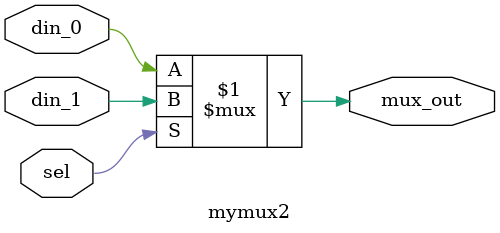
<source format=v>

module mymux2(
  din_0,  // Mux first input
  din_1,  // Mux Second input
  sel,    // Select input
  mux_out // Mux output
);
input din_0, din_1, sel;
output mux_out;
reg mux_out;

assign mux_out = (sel) ? din_1 : din_0;

endmodule

// =============================================================================

</source>
